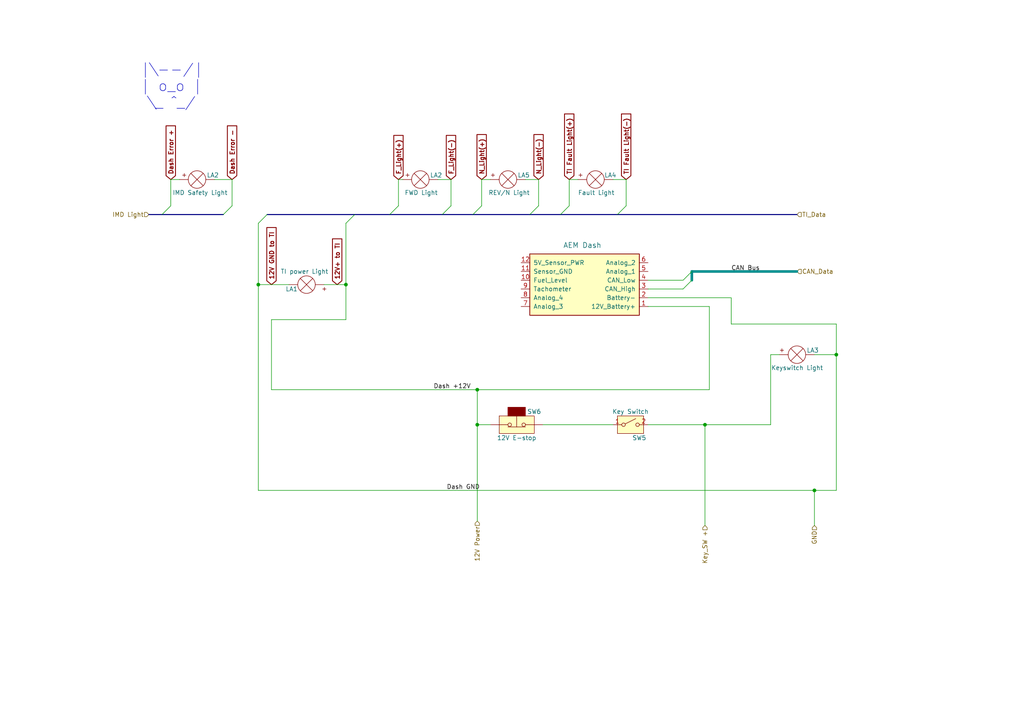
<source format=kicad_sch>
(kicad_sch (version 20230121) (generator eeschema)
  (paper "A4")
  (lib_symbols
    (symbol "CamachosSymbols:SW_SPST" (pin_names (offset 0) hide)
      (property "Reference" "SW" (at 0 3.175 0))
      (property "Value" "SW_SPST" (at 0 -2.54 0))
      (symbol "SW_SPST_0_0"
        (circle (center -2.032 0) (radius 0.508))
        (polyline (pts (xy -1.524 0.254) (xy 1.524 1.778)))
        (circle (center 2.032 0) (radius 0.508))
      )
      (symbol "SW_SPST_0_1"
        (rectangle (start -3.81 2.54) (end 3.81 -2.54) (fill (type background)))
      )
      (symbol "SW_SPST_1_1"
        (pin passive line (at -5.08 0 0) (length 2.54) (name "A") (number "1"))
        (pin passive line (at 5.08 0 180) (length 2.54) (name "B") (number "2"))
      )
    )
    (symbol "Device:Lamp" (pin_numbers hide) (pin_names (offset 0.0254) hide)
      (property "Reference" "LA?" (at 3.81 1.2701 0))
      (property "Value" "12V Keyswitch Light (Dash)" (at 3.81 -1.2699 0))
      (symbol "Lamp_0_0"
        (text "+" (at 1.27 5.08 0) (effects (font (size 1.27 1.27))))
      )
      (symbol "Lamp_0_1"
        (polyline (pts (xy -1.778 1.778) (xy 1.778 -1.778)))
        (polyline (pts (xy 1.778 1.778) (xy -1.778 -1.778)))
        (circle (center 0 0) (radius 2.54))
      )
      (symbol "Lamp_1_1"
        (pin passive line (at 0 -5.08 90) (length 2.54) (name "-") (number "1"))
        (pin passive line (at 0 5.08 270) (length 2.54) (name "+") (number "2"))
      )
    )
    (symbol "Lamp_1" (pin_numbers hide) (pin_names (offset 0.0254) hide)
      (property "Reference" "LA3" (at 6.35 1.27 0))
      (property "Value" "REV/N Light" (at 6.35 -3.81 0))
      (symbol "Lamp_1_0_0"
        (text "+" (at -4.445 1.27 900) (effects (font (size 1.27 1.27))))
      )
      (symbol "Lamp_1_0_1"
        (polyline (pts (xy 1.778 -1.778) (xy -1.778 1.778)))
        (polyline (pts (xy 1.778 1.778) (xy -1.778 -1.778)))
        (circle (center 0 0) (radius 2.54))
      )
      (symbol "Lamp_1_1_1"
        (pin passive line (at -5.08 0 0) (length 2.54) (name "-") (number "1"))
        (pin passive line (at 5.08 0 180) (length 2.54) (name "+") (number "2"))
      )
    )
    (symbol "Lamp_2" (pin_numbers hide) (pin_names (offset 0.0254) hide)
      (property "Reference" "LA2" (at -3.81 2.54 0))
      (property "Value" "FWD Light" (at -5.08 -2.54 0))
      (symbol "Lamp_2_0_0"
        (text "+" (at -13.97 2.54 900) (effects (font (size 1.27 1.27))))
      )
      (symbol "Lamp_2_0_1"
        (circle (center -10.16 1.27) (radius 2.54))
        (polyline (pts (xy -11.938 -0.508) (xy -8.382 3.048)))
        (polyline (pts (xy -11.938 3.048) (xy -8.382 -0.508)))
      )
      (symbol "Lamp_2_1_1"
        (pin passive line (at -5.08 1.27 180) (length 2.54) (name "-") (number "1"))
        (pin passive line (at -15.24 1.27 0) (length 2.54) (name "+") (number "2"))
      )
    )
    (symbol "Lamp_3" (pin_numbers hide) (pin_names (offset 0.0254) hide)
      (property "Reference" "LA5" (at 1.27 -2.54 90))
      (property "Value" "Fault Light" (at -3.81 5.08 90))
      (symbol "Lamp_3_0_0"
        (text "+" (at 1.27 4.445 0) (effects (font (size 1.27 1.27))))
      )
      (symbol "Lamp_3_0_1"
        (polyline (pts (xy -1.778 1.778) (xy 1.778 -1.778)))
        (polyline (pts (xy 1.778 1.778) (xy -1.778 -1.778)))
        (circle (center 0 0) (radius 2.54))
      )
      (symbol "Lamp_3_1_1"
        (pin passive line (at 0 -5.08 90) (length 2.54) (name "-") (number "1"))
        (pin passive line (at 0 5.08 270) (length 2.54) (name "+") (number "2"))
      )
    )
    (symbol "Lamp_4" (pin_numbers hide) (pin_names (offset 0.0254) hide)
      (property "Reference" "LA4" (at 6.35 1.27 0))
      (property "Value" "Keyswitch Light" (at 7.62 -3.81 0))
      (symbol "Lamp_4_0_0"
        (text "+" (at -4.445 1.27 900) (effects (font (size 1.27 1.27))))
      )
      (symbol "Lamp_4_0_1"
        (polyline (pts (xy -1.778 -1.778) (xy 1.778 1.778)))
        (polyline (pts (xy -1.778 1.778) (xy 1.778 -1.778)))
        (circle (center 0 0) (radius 2.54))
      )
      (symbol "Lamp_4_1_1"
        (pin passive line (at 5.08 0 180) (length 2.54) (name "-") (number "1"))
        (pin passive line (at -5.08 0 0) (length 2.54) (name "+") (number "2"))
      )
    )
    (symbol "NR24_Car:AVR-TPI-6" (pin_names (offset 1.016))
      (property "Value" "AEM Dash" (at 0.635 11.43 0))
      (symbol "AVR-TPI-6_0_1"
        (rectangle (start -15.24 8.89) (end 16.51 -8.89) (stroke (width 0.254)) (fill (type background)))
      )
      (symbol "AVR-TPI-6_1_1"
        (pin input line (at 19.05 6.35 180) (length 2.54) (name "12V_Battery+") (number "1"))
        (pin input line (at -17.78 -1.27 0) (length 2.54) (name "Fuel_Level") (number "10"))
        (pin input line (at -17.78 -3.81 0) (length 2.54) (name "Sensor_GND") (number "11"))
        (pin input line (at -17.78 -6.35 0) (length 2.54) (name "5V_Sensor_PWR") (number "12"))
        (pin input line (at 19.05 3.81 180) (length 2.54) (name "Battery-") (number "2"))
        (pin input line (at 19.05 1.27 180) (length 2.54) (name "CAN_High") (number "3"))
        (pin input line (at 19.05 -1.27 180) (length 2.54) (name "CAN_Low") (number "4"))
        (pin input line (at 19.05 -3.81 180) (length 2.54) (name "Analog_1") (number "5"))
        (pin input line (at 19.05 -6.35 180) (length 2.54) (name "Analog_2") (number "6"))
        (pin input line (at -17.78 6.35 0) (length 2.54) (name "Analog_3") (number "7"))
        (pin input line (at -17.78 3.81 0) (length 2.54) (name "Analog_4") (number "8"))
        (pin input line (at -17.78 1.27 0) (length 2.54) (name "Tachometer") (number "9"))
      )
    )
    (symbol "Switch:SW_Push_Open" (pin_numbers hide) (pin_names (offset 1.016) hide)
      (property "Reference" "SW?" (at 0 7.62 0))
      (property "Value" "12V E-stop (dash)" (at 0 6.35 0))
      (symbol "SW_Push_Open_0_1"
        (rectangle (start -5.08 2.54) (end 5.08 -2.54) (fill (type background)))
        (circle (center -2.032 0) (radius 0.508))
        (polyline (pts (xy -5.08 0) (xy -2.54 0)))
        (polyline (pts (xy -2.54 -0.635) (xy 2.54 -0.635)))
        (polyline (pts (xy 0 -0.635) (xy 0 1.27)))
        (polyline (pts (xy 0 1.27) (xy 0 2.54)))
        (polyline (pts (xy 2.54 0) (xy 5.08 0)))
        (polyline (pts (xy -2.54 2.54) (xy -2.54 5.08) (xy 2.54 5.08) (xy 2.54 2.54) (xy -2.54 2.54)) (fill (type outline)))
        (circle (center 2.032 0) (radius 0.508))
        (pin passive line (at -7.62 0 0) (length 2.54) (name "A") (number "1"))
      )
      (symbol "SW_Push_Open_1_1"
        (pin passive line (at 7.62 0 180) (length 2.54) (name "B") (number "2"))
      )
    )
  )
  (junction (at 236.22 142.24))
  (junction (at 204.47 123.19))
  (junction (at 100.33 82.55))
  (junction (at 74.93 82.55))
  (junction (at 242.57 102.87))
  (junction (at 138.43 113.03))
  (junction (at 138.43 123.19))
  (bus_entry (at 67.31 59.69) (size -2.54 2.54))
  (bus_entry (at 49.53 59.69) (size -2.54 2.54))
  (bus_entry (at 198.12 81.28) (size 2.54 -2.54))
  (bus_entry (at 165.1 59.69) (size -2.54 2.54))
  (bus_entry (at 198.12 83.82) (size 2.54 -2.54))
  (bus_entry (at 181.61 59.69) (size -2.54 2.54))
  (bus_entry (at 153.67 62.23) (size 2.54 -2.54))
  (bus_entry (at 74.93 64.77) (size 2.54 -2.54))
  (bus_entry (at 100.33 64.77) (size 2.54 -2.54))
  (bus_entry (at 115.57 59.69) (size -2.54 2.54))
  (bus_entry (at 139.7 59.69) (size -2.54 2.54))
  (bus_entry (at 128.27 62.23) (size 2.54 -2.54))
  (wire (pts (xy 187.96 81.28) (xy 198.12 81.28)))
  (bus (pts (xy 46.99 62.23) (xy 64.77 62.23)))
  (bus (pts (xy 200.66 78.74) (xy 231.14 78.74)) (stroke (width 0.75) (color 0 132 132 1)))
  (wire (pts (xy 78.74 92.71) (xy 78.74 113.03)))
  (wire (pts (xy 67.31 52.07) (xy 67.31 59.69)))
  (bus (pts (xy 113.03 62.23) (xy 128.27 62.23)))
  (wire (pts (xy 139.7 52.07) (xy 142.24 52.07)))
  (wire (pts (xy 138.43 123.19) (xy 138.43 151.13)))
  (bus (pts (xy 77.47 62.23) (xy 102.87 62.23)))
  (wire (pts (xy 187.96 88.9) (xy 205.74 88.9)))
  (wire (pts (xy 204.47 123.19) (xy 204.47 152.4)))
  (wire (pts (xy 78.74 113.03) (xy 138.43 113.03)))
  (bus (pts (xy 179.07 62.23) (xy 162.56 62.23)))
  (wire (pts (xy 100.33 92.71) (xy 100.33 82.55)))
  (wire (pts (xy 93.98 82.55) (xy 100.33 82.55)))
  (wire (pts (xy 74.93 64.77) (xy 74.93 82.55)))
  (wire (pts (xy 74.93 82.55) (xy 83.82 82.55)))
  (wire (pts (xy 78.74 92.71) (xy 100.33 92.71)))
  (wire (pts (xy 156.21 59.69) (xy 156.21 52.07)))
  (bus (pts (xy 137.16 62.23) (xy 153.67 62.23)))
  (wire (pts (xy 212.09 93.98) (xy 242.57 93.98)))
  (bus (pts (xy 200.66 78.74) (xy 200.66 81.28)) (stroke (width 0.75) (color 0 132 132 1)))
  (wire (pts (xy 187.96 123.19) (xy 204.47 123.19)))
  (wire (pts (xy 130.81 52.07) (xy 127 52.07)))
  (wire (pts (xy 242.57 93.98) (xy 242.57 102.87)))
  (bus (pts (xy 179.07 62.23) (xy 231.14 62.23)))
  (wire (pts (xy 226.06 102.87) (xy 223.52 102.87)))
  (wire (pts (xy 138.43 113.03) (xy 138.43 123.19)))
  (bus (pts (xy 128.27 62.23) (xy 137.16 62.23)))
  (wire (pts (xy 49.53 59.69) (xy 49.53 52.07)))
  (wire (pts (xy 130.81 59.69) (xy 130.81 52.07)))
  (wire (pts (xy 242.57 102.87) (xy 236.22 102.87)))
  (bus (pts (xy 162.56 62.23) (xy 153.67 62.23)))
  (wire (pts (xy 52.07 52.07) (xy 49.53 52.07)))
  (wire (pts (xy 138.43 113.03) (xy 205.74 113.03)))
  (wire (pts (xy 212.09 86.36) (xy 212.09 93.98)))
  (wire (pts (xy 204.47 123.19) (xy 223.52 123.19)))
  (bus (pts (xy 102.87 62.23) (xy 113.03 62.23)))
  (wire (pts (xy 236.22 142.24) (xy 236.22 152.4)))
  (wire (pts (xy 165.1 52.07) (xy 167.64 52.07)))
  (wire (pts (xy 74.93 142.24) (xy 236.22 142.24)))
  (wire (pts (xy 236.22 142.24) (xy 242.57 142.24)))
  (wire (pts (xy 62.23 52.07) (xy 67.31 52.07)))
  (wire (pts (xy 187.96 86.36) (xy 212.09 86.36)))
  (wire (pts (xy 223.52 102.87) (xy 223.52 123.19)))
  (wire (pts (xy 74.93 82.55) (xy 74.93 142.24)))
  (wire (pts (xy 181.61 52.07) (xy 181.61 59.69)))
  (wire (pts (xy 115.57 59.69) (xy 115.57 52.07)))
  (wire (pts (xy 116.84 52.07) (xy 115.57 52.07)))
  (wire (pts (xy 242.57 142.24) (xy 242.57 102.87)))
  (wire (pts (xy 177.8 52.07) (xy 181.61 52.07)))
  (wire (pts (xy 205.74 88.9) (xy 205.74 113.03)))
  (wire (pts (xy 187.96 83.82) (xy 198.12 83.82)))
  (wire (pts (xy 157.48 123.19) (xy 177.8 123.19)))
  (wire (pts (xy 152.4 52.07) (xy 156.21 52.07)))
  (wire (pts (xy 100.33 64.77) (xy 100.33 82.55)))
  (wire (pts (xy 139.7 59.69) (xy 139.7 52.07)))
  (wire (pts (xy 138.43 123.19) (xy 142.24 123.19)))
  (wire (pts (xy 165.1 52.07) (xy 165.1 59.69)))
  (bus (pts (xy 43.18 62.23) (xy 46.99 62.23)))
  (text "|\\--/|\n| o_o |\n \\_ ^_/" (at 40.64 31.75 0) (effects (font (size 3 3)) (justify left bottom)))
  (label "Dash +12V" (at 125.73 113.03 0))
  (label "CAN Bus" (at 212.09 78.74 0))
  (label "Dash GND" (at 129.54 142.24 0))
  (global_label "TI Fault Light(-)" (shape input) (at 181.61 52.07 90) (effects (font (thickness 0.254) bold)) (property "Intersheetrefs" "${INTERSHEET_REFS}" (effects hide)))
  (global_label "N_Light(-)" (shape input) (at 156.21 52.07 90) (effects (font (thickness 0.254) bold)) (property "Intersheetrefs" "${INTERSHEET_REFS}" (effects hide)))
  (global_label "N_Light(+)" (shape input) (at 139.7 52.07 90) (effects (font (thickness 0.254) bold)) (property "Intersheetrefs" "${INTERSHEET_REFS}" (effects hide)))
  (global_label "Dash Error +" (shape input) (at 49.53 52.07 90) (effects (font (thickness 0.254) bold)) (property "Intersheetrefs" "${INTERSHEET_REFS}" (effects hide)))
  (global_label "12V+ to TI" (shape input) (at 97.79 82.55 90) (effects (font bold)) (property "Intersheetrefs" "${INTERSHEET_REFS}" (effects hide)))
  (global_label "F_Light(+)" (shape input) (at 115.57 52.07 90) (effects (font (thickness 0.254) bold)) (property "Intersheetrefs" "${INTERSHEET_REFS}" (effects hide)))
  (global_label "Dash Error -" (shape input) (at 67.31 52.07 90) (effects (font (thickness 0.254) bold)) (property "Intersheetrefs" "${INTERSHEET_REFS}" (effects hide)))
  (global_label "TI Fault Light(+)" (shape input) (at 165.1 52.07 90) (effects (font (thickness 0.254) bold)) (property "Intersheetrefs" "${INTERSHEET_REFS}" (effects hide)))
  (global_label "12V GND to TI" (shape input) (at 78.74 82.55 90) (effects (font (thickness 0.254) bold)) (property "Intersheetrefs" "${INTERSHEET_REFS}" (effects hide)))
  (global_label "F_Light(-)" (shape input) (at 130.81 52.07 90) (effects (font (thickness 0.254) bold)) (property "Intersheetrefs" "${INTERSHEET_REFS}" (effects hide)))
  (hierarchical_label "IMD Light" (shape input) (at 43.18 62.23 180))
  (hierarchical_label "TI_Data" (shape input) (at 231.14 62.23 0))
  (hierarchical_label "Key_SW +" (shape input) (at 204.47 152.4 270))
  (hierarchical_label "CAN_Data" (shape input) (at 231.14 78.74 0))
  (hierarchical_label "GND" (shape input) (at 236.22 152.4 270))
  (hierarchical_label "12V Power" (shape input) (at 138.43 151.13 270))
  (symbol (lib_name "Lamp_4") (lib_id "Device:Lamp") (at 231.14 102.87 0) (unit 1)
    (property "Reference" "LA3" (at 237.49 101.6 0) (effects (justify right)))
    (property "Value" "Keyswitch Light" (at 238.76 106.68 0) (effects (justify right)))
    (instances (project "Car_TractiveSystem_v2" (path "" (reference "LA3") (unit 1)) (path "" (reference "LA4") (unit 1))))
  )
  (symbol (lib_id "CamachosSymbols:SW_SPST") (at 182.88 123.19 0) (unit 1)
    (property "Reference" "SW5" (at 185.42 127 0))
    (property "Value" "Key Switch" (at 182.88 119.38 0))
  )
  (symbol (lib_name "Lamp_2") (lib_id "Device:Lamp") (at 132.08 53.34 0) (unit 1)
    (property "Reference" "LA2" (at 128.27 50.8 0) (effects (justify right)))
    (property "Value" "FWD Light" (at 127 55.88 0) (effects (justify right)))
  )
  (symbol (lib_name "Lamp_1") (lib_id "Device:Lamp") (at 147.32 52.07 0) (unit 1)
    (property "Reference" "LA5" (at 153.67 50.8 0) (effects (justify right)))
    (property "Value" "REV/N Light" (at 153.67 55.88 0) (effects (justify right)))
    (instances (project "Car_TractiveSystem_v2" (path "" (reference "LA5") (unit 1)) (path "" (reference "LA3") (unit 1))))
  )
  (symbol (lib_id "Device:Lamp") (at 88.9 82.55 270) (unit 1)
    (property "Reference" "LA1" (at 86.36 83.82 90) (effects (justify right)))
    (property "Value" "TI power Light" (at 95.25 78.74 90) (effects (justify right)))
  )
  (symbol (lib_id "Switch:SW_Push_Open") (at 149.86 123.19 0) (mirror y) (unit 1)
    (property "Reference" "SW6" (at 154.94 119.38 0))
    (property "Value" "12V E-stop" (at 149.86 127 0))
  )
  (symbol (lib_name "Lamp_2") (lib_id "Device:Lamp") (at 67.31 53.34 0) (unit 1)
    (property "Reference" "LA2" (at 63.5 50.8 0) (effects (justify right)))
    (property "Value" "IMD Safety Light" (at 66.04 55.88 0) (effects (justify right)))
    (instances (project "Car_TractiveSystem_v2" (path "" (reference "LA2") (unit 1)) (path "" (reference "LA7") (unit 1))))
  )
  (symbol (lib_id "NR24_Car:AVR-TPI-6") (at 168.91 82.55 0) (mirror x) (unit 1)
    (property "Reference" "J9" (effects hide))
    (property "Value" "AEM Dash" (at 168.91 71.12 0) (effects (font (size 1.5 1.5))))
    (property "Datasheet" " ~" (effects hide))
  )
  (symbol (lib_name "Lamp_3") (lib_id "Device:Lamp") (at 172.72 52.07 90) (unit 1)
    (property "Reference" "LA4" (at 175.26 50.8 90) (effects (justify right)))
    (property "Value" "Fault Light" (at 167.64 55.88 90) (effects (justify right)))
    (instances (project "Car_TractiveSystem_v2" (path "" (reference "LA4") (unit 1)) (path "" (reference "LA5") (unit 1))))
  )
)
</source>
